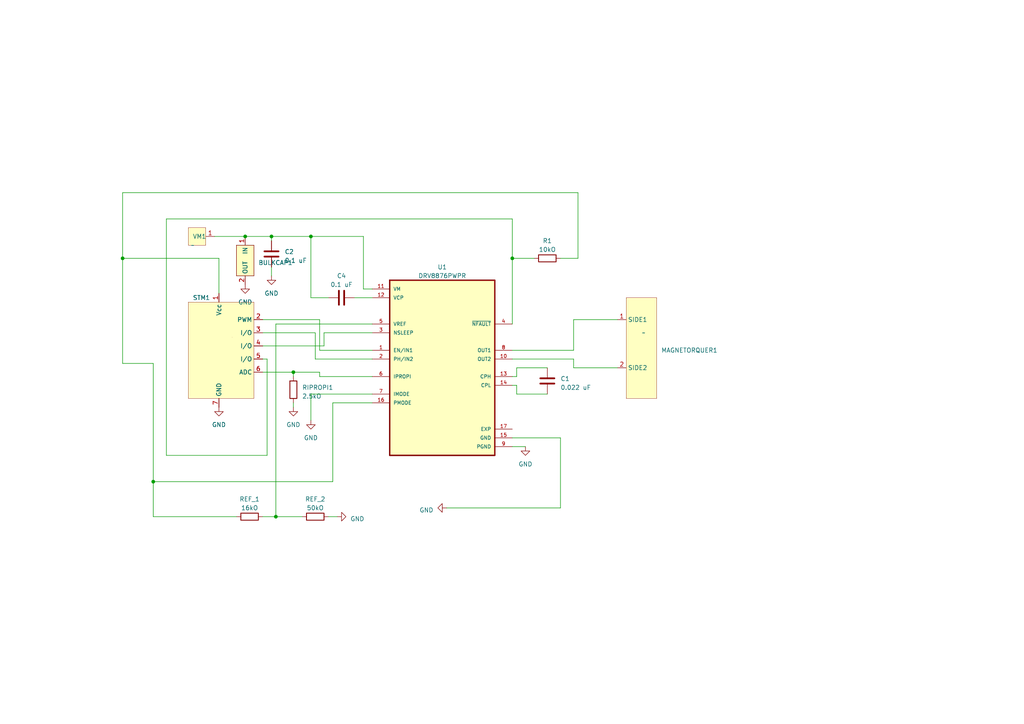
<source format=kicad_sch>
(kicad_sch (version 20230121) (generator eeschema)
  (paper "A4")
  (lib_symbols
    (symbol "DRV8876PWPR:DRV8876PWPR" (pin_names (offset 1.016))
      (property "Reference" "U" (at -15.24 26.4 0))
      (property "Value" "DRV8876PWPR" (at -15.24 -29.4 0))
      (symbol "DRV8876PWPR_0_0"
        (rectangle (start -15.24 -25.4) (end 15.24 25.4) (stroke (width 0.41)) (fill (type background)))
        (pin input line (at -20.32 5.08 0) (length 5.08) (name "EN/IN1") (number "1"))
        (pin output line (at 20.32 2.54 180) (length 5.08) (name "OUT2") (number "10"))
        (pin power_in line (at -20.32 22.86 0) (length 5.08) (name "VM") (number "11"))
        (pin power_in line (at -20.32 20.32 0) (length 5.08) (name "VCP") (number "12"))
        (pin bidirectional line (at 20.32 -2.54 180) (length 5.08) (name "CPH") (number "13"))
        (pin bidirectional line (at 20.32 -5.08 180) (length 5.08) (name "CPL") (number "14"))
        (pin power_in line (at 20.32 -20.32 180) (length 5.08) (name "GND") (number "15"))
        (pin input line (at -20.32 -10.16 0) (length 5.08) (name "PMODE") (number "16"))
        (pin passive line (at 20.32 -17.78 180) (length 5.08) (name "EXP") (number "17"))
        (pin input line (at -20.32 2.54 0) (length 5.08) (name "PH/IN2") (number "2"))
        (pin input line (at -20.32 10.16 0) (length 5.08) (name "NSLEEP") (number "3"))
        (pin output line (at 20.32 12.7 180) (length 5.08) (name "~{NFAULT}") (number "4"))
        (pin input line (at -20.32 12.7 0) (length 5.08) (name "VREF") (number "5"))
        (pin output line (at -20.32 -2.54 0) (length 5.08) (name "IPROPI") (number "6"))
        (pin input line (at -20.32 -7.62 0) (length 5.08) (name "IMODE") (number "7"))
        (pin output line (at 20.32 5.08 180) (length 5.08) (name "OUT1") (number "8"))
        (pin power_in line (at 20.32 -22.86 180) (length 5.08) (name "PGND") (number "9"))
      )
    )
    (symbol "Device:C" (pin_numbers hide) (pin_names (offset 0.254))
      (property "Reference" "C" (at 0.635 2.54 0))
      (property "Value" "C" (at 0.635 -2.54 0))
      (symbol "C_0_1"
        (polyline (pts (xy -2.032 -0.762) (xy 2.032 -0.762)) (stroke (width 0.508)))
        (polyline (pts (xy -2.032 0.762) (xy 2.032 0.762)) (stroke (width 0.508)))
      )
      (symbol "C_1_1"
        (pin passive line (at 0 3.81 270) (length 2.794) (name "~") (number "1"))
        (pin passive line (at 0 -3.81 90) (length 2.794) (name "~") (number "2"))
      )
    )
    (symbol "Device:R" (pin_numbers hide) (pin_names (offset 0))
      (property "Reference" "R" (at 2.032 0 90))
      (property "Value" "R" (at 0 0 90))
      (symbol "R_0_1"
        (rectangle (start -1.016 -2.54) (end 1.016 2.54) (stroke (width 0.254)))
      )
      (symbol "R_1_1"
        (pin passive line (at 0 3.81 270) (length 1.27) (name "~") (number "1"))
        (pin passive line (at 0 -3.81 90) (length 1.27) (name "~") (number "2"))
      )
    )
    (symbol "STM32PORTS:BULK"
      (property "Reference" "BULKCAP1" (at 3.81 0 0))
      (property "Value" "~" (at 0 0 0))
      (symbol "BULK_1_1"
        (rectangle (start -2.54 5.08) (end 2.54 -3.81) (stroke (width 0) (color 132 0 0 1)) (fill (type background)))
        (pin input line (at 0 7.62 270) (length 2.54) (name "IN") (number "1"))
        (pin input line (at 0 -6.35 90) (length 2.54) (name "OUT") (number "2"))
      )
    )
    (symbol "STM32PORTS:HEADER"
      (property "Reference" "VM1" (at 0 2.54 0))
      (property "Value" "~" (at 0 0 0))
      (symbol "HEADER_1_1"
        (rectangle (start -1.27 5.08) (end 3.81 0) (stroke (width 0.015) (color 132 0 0 1)) (fill (type background)))
        (pin output line (at 6.35 2.54 180) (length 2.54) (name "") (number "1"))
      )
    )
    (symbol "STM32PORTS:MAGNETORQUER_"
      (property "Reference" "MAGNETORQUER1" (at 5.08 -5.08 0))
      (property "Value" "~" (at 0 0 0))
      (symbol "MAGNETORQUER__1_1"
        (rectangle (start -5.08 10.16) (end 3.81 -19.05) (stroke (width 0.015) (color 132 0 0 1)) (fill (type background)))
        (pin bidirectional line (at -7.62 3.81 0) (length 2.54) (name "SIDE1") (number "1"))
        (pin bidirectional line (at -7.62 -10.16 0) (length 2.54) (name "SIDE2") (number "2"))
      )
    )
    (symbol "STM32PORTS:STM32PINS"
      (property "Reference" "STM1" (at -2.54 13.97 0))
      (symbol "STM32PINS_1_1"
        (rectangle (start -8.89 12.7) (end 10.16 -15.24) (stroke (width 0.015) (color 132 0 0 1)) (fill (type background)))
        (rectangle (start 3.81 2.54) (end 3.81 2.54) (stroke (width 0.015) (color 132 0 0 1)) (fill (type color) (color 255 255 194 1)))
        (pin input line (at 0 15.24 270) (length 2.54) (name "Vcc") (number "1"))
        (pin input line (at 12.7 7.62 180) (length 2.54) (name "PWM") (number "2"))
        (pin bidirectional line (at 12.7 3.81 180) (length 2.54) (name "I/O") (number "3"))
        (pin bidirectional line (at 12.7 0 180) (length 2.54) (name "I/O") (number "4"))
        (pin bidirectional line (at 12.7 -3.81 180) (length 2.54) (name "I/O") (number "5"))
        (pin unspecified line (at 12.7 -7.62 180) (length 2.54) (name "ADC") (number "6"))
        (pin output line (at 0 -17.78 90) (length 2.54) (name "GND") (number "7"))
      )
    )
    (symbol "power:GND" (power) (pin_names (offset 0))
      (property "Value" "GND" (at 0 -3.81 0))
      (symbol "GND_0_1"
        (polyline (pts (xy 0 0) (xy 0 -1.27) (xy 1.27 -1.27) (xy 0 -2.54) (xy -1.27 -1.27) (xy 0 -1.27)))
      )
      (symbol "GND_1_1"
        (pin power_in line (at 0 0 270) (length 0) hide (name "GND") (number "1"))
      )
    )
  )
  (junction (at 35.56 74.93))
  (junction (at 78.74 68.58))
  (junction (at 44.45 139.7))
  (junction (at 148.59 74.93))
  (junction (at 90.17 68.58))
  (junction (at 71.12 68.58))
  (junction (at 80.01 149.86))
  (junction (at 85.09 107.95))
  (wire (pts (xy 149.86 106.68) (xy 158.75 106.68)))
  (wire (pts (xy 148.59 74.93) (xy 148.59 63.5)))
  (wire (pts (xy 92.71 101.6) (xy 107.95 101.6)))
  (wire (pts (xy 78.74 80.01) (xy 78.74 77.47)))
  (wire (pts (xy 76.2 149.86) (xy 80.01 149.86)))
  (wire (pts (xy 95.25 86.36) (xy 90.17 86.36)))
  (wire (pts (xy 107.95 116.84) (xy 96.52 116.84)))
  (wire (pts (xy 154.94 74.93) (xy 148.59 74.93)))
  (wire (pts (xy 80.01 93.98) (xy 80.01 149.86)))
  (wire (pts (xy 91.44 96.52) (xy 76.2 96.52)))
  (wire (pts (xy 44.45 149.86) (xy 44.45 139.7)))
  (wire (pts (xy 95.25 149.86) (xy 97.79 149.86)))
  (wire (pts (xy 148.59 101.6) (xy 166.37 101.6)))
  (wire (pts (xy 92.71 92.71) (xy 92.71 101.6)))
  (wire (pts (xy 35.56 74.93) (xy 35.56 105.41)))
  (wire (pts (xy 90.17 121.92) (xy 90.17 114.3)))
  (wire (pts (xy 44.45 149.86) (xy 68.58 149.86)))
  (wire (pts (xy 166.37 92.71) (xy 179.07 92.71)))
  (wire (pts (xy 85.09 116.84) (xy 85.09 118.11)))
  (wire (pts (xy 91.44 104.14) (xy 91.44 96.52)))
  (wire (pts (xy 76.2 107.95) (xy 85.09 107.95)))
  (wire (pts (xy 93.98 100.33) (xy 76.2 100.33)))
  (wire (pts (xy 71.12 68.58) (xy 78.74 68.58)))
  (wire (pts (xy 44.45 139.7) (xy 44.45 105.41)))
  (wire (pts (xy 167.64 74.93) (xy 167.64 55.88)))
  (wire (pts (xy 48.26 132.08) (xy 77.47 132.08)))
  (wire (pts (xy 102.87 86.36) (xy 107.95 86.36)))
  (wire (pts (xy 166.37 104.14) (xy 166.37 106.68)))
  (wire (pts (xy 105.41 83.82) (xy 107.95 83.82)))
  (wire (pts (xy 76.2 92.71) (xy 92.71 92.71)))
  (wire (pts (xy 148.59 104.14) (xy 166.37 104.14)))
  (wire (pts (xy 148.59 109.22) (xy 149.86 109.22)))
  (wire (pts (xy 96.52 139.7) (xy 96.52 116.84)))
  (wire (pts (xy 162.56 127) (xy 162.56 147.32)))
  (wire (pts (xy 107.95 96.52) (xy 93.98 96.52)))
  (wire (pts (xy 162.56 147.32) (xy 129.54 147.32)))
  (wire (pts (xy 149.86 111.76) (xy 149.86 114.3)))
  (wire (pts (xy 35.56 55.88) (xy 35.56 74.93)))
  (wire (pts (xy 80.01 149.86) (xy 87.63 149.86)))
  (wire (pts (xy 107.95 104.14) (xy 91.44 104.14)))
  (wire (pts (xy 90.17 114.3) (xy 107.95 114.3)))
  (wire (pts (xy 152.4 129.54) (xy 148.59 129.54)))
  (wire (pts (xy 149.86 114.3) (xy 158.75 114.3)))
  (wire (pts (xy 85.09 107.95) (xy 85.09 109.22)))
  (wire (pts (xy 166.37 106.68) (xy 179.07 106.68)))
  (wire (pts (xy 148.59 111.76) (xy 149.86 111.76)))
  (wire (pts (xy 78.74 69.85) (xy 78.74 68.58)))
  (wire (pts (xy 77.47 132.08) (xy 77.47 104.14)))
  (wire (pts (xy 63.5 74.93) (xy 35.56 74.93)))
  (wire (pts (xy 44.45 105.41) (xy 35.56 105.41)))
  (wire (pts (xy 63.5 74.93) (xy 63.5 85.09)))
  (wire (pts (xy 44.45 139.7) (xy 96.52 139.7)))
  (wire (pts (xy 90.17 68.58) (xy 105.41 68.58)))
  (wire (pts (xy 166.37 101.6) (xy 166.37 92.71)))
  (wire (pts (xy 107.95 93.98) (xy 80.01 93.98)))
  (wire (pts (xy 92.71 107.95) (xy 92.71 109.22)))
  (wire (pts (xy 148.59 74.93) (xy 148.59 93.98)))
  (wire (pts (xy 92.71 109.22) (xy 107.95 109.22)))
  (wire (pts (xy 167.64 55.88) (xy 35.56 55.88)))
  (wire (pts (xy 48.26 63.5) (xy 48.26 132.08)))
  (wire (pts (xy 149.86 109.22) (xy 149.86 106.68)))
  (wire (pts (xy 93.98 96.52) (xy 93.98 100.33)))
  (wire (pts (xy 148.59 127) (xy 162.56 127)))
  (wire (pts (xy 77.47 104.14) (xy 76.2 104.14)))
  (wire (pts (xy 78.74 68.58) (xy 90.17 68.58)))
  (wire (pts (xy 62.23 68.58) (xy 71.12 68.58)))
  (wire (pts (xy 105.41 68.58) (xy 105.41 83.82)))
  (wire (pts (xy 90.17 86.36) (xy 90.17 68.58)))
  (wire (pts (xy 162.56 74.93) (xy 167.64 74.93)))
  (wire (pts (xy 85.09 107.95) (xy 92.71 107.95)))
  (wire (pts (xy 148.59 63.5) (xy 48.26 63.5)))
  (symbol (lib_id "STM32PORTS:STM32PINS") (at 63.5 100.33 0) (unit 1)
    (property "Reference" "STM1" (at 60.96 86.36 0) (effects (justify right)))
    (property "Footprint" "Connector_PinHeader_2.54mm:PinHeader_1x07_P2.54mm_Vertical" (effects hide))
  )
  (symbol (lib_id "power:GND") (at 63.5 118.11 0) (unit 1)
    (property "Reference" "#PWR04" (effects hide))
    (property "Value" "GND" (at 63.5 123.19 0))
  )
  (symbol (lib_id "STM32PORTS:MAGNETORQUER_") (at 186.69 96.52 0) (unit 1)
    (property "Reference" "MAGNETORQUER1" (at 191.77 101.6 0) (effects (justify left)))
    (property "Value" "~" (at 186.69 96.52 0))
    (property "Footprint" "Connector_PinHeader_2.54mm:PinHeader_1x02_P2.54mm_Vertical" (effects hide))
  )
  (symbol (lib_id "STM32PORTS:BULK") (at 71.12 76.2 0) (unit 1)
    (property "Reference" "BULKCAP1" (at 74.93 76.2 0) (effects (justify left)))
    (property "Value" "~" (at 71.12 76.2 0))
    (property "Footprint" "Connector_PinHeader_2.54mm:PinHeader_1x02_P2.54mm_Vertical" (effects hide))
  )
  (symbol (lib_id "power:GND") (at 97.79 149.86 90) (unit 1)
    (property "Reference" "#PWR08" (effects hide))
    (property "Value" "GND" (at 101.6 150.495 90) (effects (justify right)))
  )
  (symbol (lib_id "power:GND") (at 71.12 82.55 0) (unit 1)
    (property "Reference" "#PWR03" (effects hide))
    (property "Value" "GND" (at 71.12 87.63 0))
  )
  (symbol (lib_id "power:GND") (at 85.09 118.11 0) (unit 1)
    (property "Reference" "#PWR06" (effects hide))
    (property "Value" "GND" (at 85.09 123.19 0))
  )
  (symbol (lib_id "Device:R") (at 85.09 113.03 0) (unit 1)
    (property "Reference" "RIPROPI1" (at 87.63 112.395 0) (effects (justify left)))
    (property "Value" "2.5kO" (at 87.63 114.935 0) (effects (justify left)))
    (property "Footprint" "Resistor_SMD:R_0603_1608Metric" (effects hide))
  )
  (symbol (lib_id "Device:R") (at 91.44 149.86 90) (unit 1)
    (property "Reference" "REF_2" (at 91.44 144.78 90))
    (property "Value" "50kO" (at 91.44 147.32 90))
    (property "Footprint" "Resistor_SMD:R_0603_1608Metric" (effects hide))
  )
  (symbol (lib_id "Device:C") (at 78.74 73.66 0) (unit 1)
    (property "Reference" "C2" (at 82.55 73.025 0) (effects (justify left)))
    (property "Value" "0.1 uF" (at 82.55 75.565 0) (effects (justify left)))
    (property "Footprint" "Resistor_SMD:R_0603_1608Metric" (effects hide))
  )
  (symbol (lib_id "DRV8876PWPR:DRV8876PWPR") (at 128.27 106.68 0) (unit 1)
    (property "Reference" "U1" (at 128.27 77.47 0))
    (property "Value" "DRV8876PWPR" (at 128.27 80.01 0))
    (property "Footprint" "DRV8876PWPR:IC_DRV8876PWPR" (effects hide))
    (property "PARTREV" "E" (effects hide))
    (property "STANDARD" "Manufacturer Recommendations" (effects hide))
    (property "PACKAGE" "HTSSOP-16 Texas Instruments" (effects hide))
    (property "MAXIMUM_PACKAGE_HEIGHT" "1.2mm" (effects hide))
    (property "MANUFACTURER" "Texas Instruments" (effects hide))
  )
  (symbol (lib_id "Device:R") (at 72.39 149.86 270) (unit 1)
    (property "Reference" "REF_1" (at 72.39 144.78 90))
    (property "Value" "16kO" (at 72.39 147.32 90))
    (property "Footprint" "Resistor_SMD:R_0603_1608Metric" (effects hide))
  )
  (symbol (lib_id "Device:R") (at 158.75 74.93 90) (unit 1)
    (property "Reference" "R1" (at 158.75 69.85 90))
    (property "Value" "10kO" (at 158.75 72.39 90))
    (property "Footprint" "Resistor_SMD:R_0603_1608Metric" (effects hide))
  )
  (symbol (lib_id "STM32PORTS:HEADER") (at 55.88 71.12 0) (unit 1)
    (property "Reference" "VM1" (at 55.88 68.58 0) (effects (justify left)))
    (property "Value" "~" (at 55.88 71.12 0))
    (property "Footprint" "Connector_PinHeader_2.54mm:PinHeader_1x01_P2.54mm_Vertical" (effects hide))
  )
  (symbol (lib_id "Device:C") (at 158.75 110.49 0) (unit 1)
    (property "Reference" "C1" (at 162.56 109.855 0) (effects (justify left)))
    (property "Value" "0.022 uF" (at 162.56 112.395 0) (effects (justify left)))
    (property "Footprint" "Resistor_SMD:R_0603_1608Metric" (effects hide))
  )
  (symbol (lib_id "power:GND") (at 129.54 147.32 270) (unit 1)
    (property "Reference" "#PWR02" (effects hide))
    (property "Value" "GND" (at 125.73 147.955 90) (effects (justify right)))
  )
  (symbol (lib_id "power:GND") (at 152.4 129.54 0) (unit 1)
    (property "Reference" "#PWR07" (effects hide))
    (property "Value" "GND" (at 152.4 134.62 0))
  )
  (symbol (lib_id "power:GND") (at 90.17 121.92 0) (unit 1)
    (property "Reference" "#PWR01" (effects hide))
    (property "Value" "GND" (at 90.17 127 0))
  )
  (symbol (lib_id "Device:C") (at 99.06 86.36 90) (unit 1)
    (property "Reference" "C4" (at 99.06 80.01 90))
    (property "Value" "0.1 uF" (at 99.06 82.55 90))
    (property "Footprint" "Resistor_SMD:R_0603_1608Metric" (effects hide))
  )
  (symbol (lib_id "power:GND") (at 78.74 80.01 0) (unit 1)
    (property "Reference" "#PWR05" (effects hide))
    (property "Value" "GND" (at 78.74 85.09 0))
  )
)
</source>
